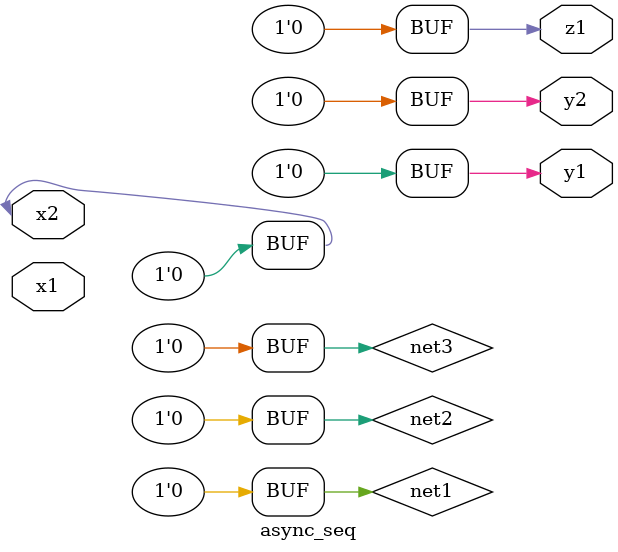
<source format=v>
module async_seq(
    input x1,x2,
    output y1,y2,z1
);

wire net1,net2,net3;
assign net1 = 0;
assign net2 = 0;
assign net3 = 0;

or(net1, ~x2, y2);
or(net2, y1, x2);
or(net3, x2, ~y1);

and(y1, x1, net1, net2);
and(y2, x1, net1, net3);
and(z1, x2, ~y2);


endmodule 
</source>
